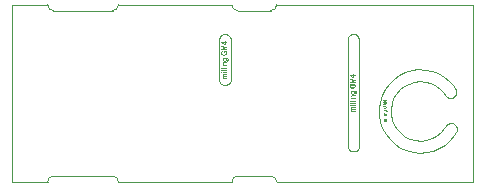
<source format=gm1>
G04*
G04 #@! TF.GenerationSoftware,Altium Limited,Altium Designer,21.0.9 (235)*
G04*
G04 Layer_Color=128*
%FSLAX25Y25*%
%MOIN*%
G70*
G04*
G04 #@! TF.SameCoordinates,BF7D474B-E12B-4DDB-9B88-BAE4D01EB7A6*
G04*
G04*
G04 #@! TF.FilePolarity,Positive*
G04*
G01*
G75*
%ADD10C,0.00394*%
G36*
X124549Y27274D02*
X124797D01*
Y27087D01*
X124549D01*
Y26672D01*
X124343D01*
X123561Y27110D01*
Y27274D01*
X124341D01*
Y27399D01*
X124549D01*
Y27274D01*
D02*
G37*
G36*
X124797Y26356D02*
X123826D01*
X124797Y26156D01*
Y25959D01*
X123826Y25760D01*
X124797D01*
Y25570D01*
X123564D01*
Y25875D01*
X124407Y26057D01*
X123564Y26238D01*
Y26546D01*
X124797D01*
Y26356D01*
D02*
G37*
G36*
X124631Y25382D02*
X124641Y25372D01*
X124656Y25357D01*
X124674Y25336D01*
X124695Y25310D01*
X124718Y25277D01*
X124741Y25239D01*
X124763Y25195D01*
Y25193D01*
X124764Y25190D01*
X124767Y25183D01*
X124771Y25173D01*
X124776Y25163D01*
X124781Y25150D01*
X124786Y25136D01*
X124791Y25119D01*
X124800Y25082D01*
X124810Y25041D01*
X124817Y24998D01*
X124818Y24952D01*
Y24937D01*
X124817Y24927D01*
Y24914D01*
X124815Y24898D01*
X124812Y24881D01*
X124809Y24862D01*
X124800Y24821D01*
X124787Y24777D01*
X124769Y24731D01*
X124759Y24708D01*
X124746Y24686D01*
X124745Y24685D01*
X124743Y24681D01*
X124738Y24675D01*
X124733Y24668D01*
X124725Y24658D01*
X124715Y24647D01*
X124704Y24635D01*
X124690Y24621D01*
X124676Y24608D01*
X124659Y24593D01*
X124641Y24578D01*
X124622Y24563D01*
X124600Y24547D01*
X124577Y24534D01*
X124553Y24519D01*
X124526Y24506D01*
X124525D01*
X124520Y24503D01*
X124512Y24499D01*
X124500Y24496D01*
X124485Y24491D01*
X124469Y24485D01*
X124449Y24480D01*
X124428Y24473D01*
X124403Y24466D01*
X124377Y24462D01*
X124348Y24455D01*
X124318Y24450D01*
X124285Y24447D01*
X124251Y24444D01*
X124179Y24440D01*
X124177D01*
X124169D01*
X124159D01*
X124144Y24442D01*
X124128D01*
X124107Y24444D01*
X124084Y24445D01*
X124059Y24449D01*
X124033Y24452D01*
X124005Y24457D01*
X123946Y24468D01*
X123887Y24485D01*
X123831Y24508D01*
X123829Y24509D01*
X123825Y24511D01*
X123818Y24514D01*
X123808Y24519D01*
X123795Y24527D01*
X123782Y24534D01*
X123749Y24555D01*
X123715Y24580D01*
X123679Y24609D01*
X123644Y24644D01*
X123629Y24663D01*
X123615Y24683D01*
X123613Y24685D01*
X123611Y24688D01*
X123608Y24694D01*
X123603Y24703D01*
X123598Y24712D01*
X123592Y24726D01*
X123585Y24740D01*
X123579Y24757D01*
X123572Y24775D01*
X123565Y24794D01*
X123554Y24839D01*
X123546Y24888D01*
X123542Y24914D01*
Y24960D01*
X123544Y24972D01*
X123546Y24988D01*
X123547Y25004D01*
X123551Y25024D01*
X123554Y25045D01*
X123565Y25091D01*
X123572Y25116D01*
X123582Y25141D01*
X123593Y25163D01*
X123605Y25188D01*
X123619Y25209D01*
X123636Y25231D01*
X123638Y25232D01*
X123641Y25236D01*
X123646Y25241D01*
X123652Y25249D01*
X123662Y25257D01*
X123674Y25267D01*
X123688Y25278D01*
X123703Y25290D01*
X123721Y25301D01*
X123742Y25313D01*
X123764Y25326D01*
X123788Y25337D01*
X123815Y25347D01*
X123843Y25357D01*
X123872Y25365D01*
X123905Y25372D01*
X123951Y25170D01*
X123949D01*
X123946Y25168D01*
X123943Y25167D01*
X123936Y25165D01*
X123918Y25160D01*
X123898Y25150D01*
X123874Y25139D01*
X123851Y25126D01*
X123828Y25108D01*
X123807Y25086D01*
X123805Y25083D01*
X123798Y25075D01*
X123790Y25063D01*
X123780Y25045D01*
X123772Y25024D01*
X123764Y24999D01*
X123757Y24972D01*
X123756Y24940D01*
Y24927D01*
X123757Y24919D01*
X123759Y24908D01*
X123761Y24895D01*
X123769Y24865D01*
X123780Y24832D01*
X123788Y24814D01*
X123798Y24798D01*
X123810Y24780D01*
X123825Y24763D01*
X123839Y24747D01*
X123857Y24731D01*
X123859Y24729D01*
X123862Y24727D01*
X123869Y24724D01*
X123877Y24717D01*
X123887Y24712D01*
X123900Y24706D01*
X123916Y24698D01*
X123934Y24691D01*
X123954Y24683D01*
X123977Y24676D01*
X124003Y24668D01*
X124031Y24663D01*
X124061Y24658D01*
X124093Y24654D01*
X124130Y24652D01*
X124167Y24650D01*
X124171D01*
X124177D01*
X124189D01*
X124203Y24652D01*
X124223Y24654D01*
X124244Y24655D01*
X124267Y24657D01*
X124294Y24662D01*
X124348Y24671D01*
X124403Y24686D01*
X124431Y24696D01*
X124458Y24709D01*
X124482Y24722D01*
X124505Y24737D01*
X124507Y24739D01*
X124510Y24740D01*
X124515Y24745D01*
X124520Y24750D01*
X124536Y24767D01*
X124554Y24790D01*
X124574Y24819D01*
X124589Y24854D01*
X124595Y24873D01*
X124600Y24893D01*
X124603Y24916D01*
X124605Y24939D01*
Y24949D01*
X124603Y24960D01*
X124602Y24977D01*
X124599Y24995D01*
X124594Y25016D01*
X124587Y25039D01*
X124577Y25062D01*
X124576Y25065D01*
X124572Y25073D01*
X124566Y25085D01*
X124558Y25101D01*
X124546Y25119D01*
X124533Y25139D01*
X124518Y25159D01*
X124502Y25178D01*
X124344D01*
Y24945D01*
X124136D01*
Y25385D01*
X124628D01*
X124630D01*
X124631Y25382D01*
D02*
G37*
G36*
X124751Y23888D02*
X124769D01*
X124791Y23886D01*
X124812Y23884D01*
X124856Y23881D01*
X124902Y23875D01*
X124945Y23865D01*
X124964Y23860D01*
X124982Y23853D01*
X124984D01*
X124986Y23852D01*
X124991Y23850D01*
X124997Y23847D01*
X125012Y23838D01*
X125032Y23825D01*
X125053Y23810D01*
X125074Y23791D01*
X125095Y23769D01*
X125114Y23743D01*
X125115Y23740D01*
X125117Y23735D01*
X125120Y23730D01*
X125128Y23714D01*
X125135Y23691D01*
X125143Y23661D01*
X125151Y23627D01*
X125156Y23586D01*
X125158Y23540D01*
Y23520D01*
X125156Y23510D01*
Y23499D01*
X125153Y23471D01*
X125150Y23440D01*
X125145Y23407D01*
X125136Y23376D01*
X125125Y23346D01*
X125123Y23343D01*
X125119Y23335D01*
X125112Y23322D01*
X125102Y23305D01*
X125087Y23287D01*
X125071Y23269D01*
X125053Y23253D01*
X125030Y23236D01*
X125027Y23235D01*
X125018Y23230D01*
X125005Y23225D01*
X124987Y23219D01*
X124966Y23210D01*
X124941Y23205D01*
X124912Y23200D01*
X124882Y23199D01*
X124854D01*
X124887Y23420D01*
X124889D01*
X124895Y23422D01*
X124904Y23424D01*
X124914Y23425D01*
X124936Y23435D01*
X124946Y23441D01*
X124956Y23450D01*
X124958Y23451D01*
X124959Y23455D01*
X124963Y23461D01*
X124966Y23469D01*
X124971Y23481D01*
X124974Y23496D01*
X124976Y23512D01*
X124977Y23532D01*
Y23543D01*
X124976Y23555D01*
X124974Y23569D01*
X124972Y23586D01*
X124968Y23604D01*
X124963Y23620D01*
X124956Y23637D01*
X124954Y23638D01*
X124953Y23642D01*
X124950Y23647D01*
X124943Y23653D01*
X124936Y23660D01*
X124927Y23666D01*
X124917Y23673D01*
X124904Y23679D01*
X124902D01*
X124897Y23683D01*
X124889Y23684D01*
X124876Y23687D01*
X124859Y23691D01*
X124838Y23692D01*
X124812Y23696D01*
X124782D01*
X124653D01*
X124656Y23694D01*
X124664Y23687D01*
X124677Y23679D01*
X124694Y23666D01*
X124710Y23651D01*
X124728Y23635D01*
X124746Y23615D01*
X124761Y23596D01*
X124763Y23594D01*
X124766Y23586D01*
X124772Y23574D01*
X124779Y23560D01*
X124786Y23542D01*
X124792Y23522D01*
X124795Y23499D01*
X124797Y23474D01*
Y23463D01*
X124795Y23455D01*
X124794Y23443D01*
X124791Y23432D01*
X124784Y23404D01*
X124771Y23371D01*
X124761Y23355D01*
X124751Y23337D01*
X124738Y23320D01*
X124723Y23302D01*
X124707Y23286D01*
X124687Y23269D01*
X124686Y23268D01*
X124681Y23266D01*
X124674Y23261D01*
X124664Y23255D01*
X124651Y23248D01*
X124636Y23240D01*
X124618Y23230D01*
X124597Y23222D01*
X124574Y23214D01*
X124548Y23204D01*
X124520Y23196D01*
X124490Y23189D01*
X124458Y23182D01*
X124423Y23179D01*
X124385Y23176D01*
X124346Y23174D01*
X124343D01*
X124336D01*
X124325D01*
X124308Y23176D01*
X124290Y23178D01*
X124267Y23179D01*
X124243Y23182D01*
X124218Y23186D01*
X124162Y23196D01*
X124105Y23212D01*
X124077Y23223D01*
X124049Y23235D01*
X124025Y23248D01*
X124002Y23264D01*
X124000Y23266D01*
X123997Y23269D01*
X123990Y23274D01*
X123984Y23281D01*
X123974Y23289D01*
X123964Y23301D01*
X123954Y23312D01*
X123943Y23325D01*
X123921Y23358D01*
X123902Y23394D01*
X123895Y23415D01*
X123889Y23437D01*
X123885Y23460D01*
X123884Y23483D01*
Y23494D01*
X123885Y23507D01*
X123889Y23524D01*
X123893Y23543D01*
X123900Y23564D01*
X123908Y23586D01*
X123921Y23607D01*
X123923Y23610D01*
X123928Y23617D01*
X123936Y23627D01*
X123949Y23640D01*
X123964Y23656D01*
X123984Y23673D01*
X124005Y23691D01*
X124031Y23707D01*
X123905D01*
Y23889D01*
X124705D01*
X124707D01*
X124713D01*
X124723D01*
X124736D01*
X124751Y23888D01*
D02*
G37*
G36*
X124797Y22827D02*
X124341D01*
X124339D01*
X124335D01*
X124328D01*
X124320D01*
X124308D01*
X124295D01*
X124267Y22825D01*
X124236Y22823D01*
X124207Y22822D01*
X124180Y22818D01*
X124169Y22817D01*
X124159Y22815D01*
X124157D01*
X124151Y22813D01*
X124143Y22810D01*
X124133Y22805D01*
X124110Y22794D01*
X124098Y22784D01*
X124089Y22774D01*
X124087Y22772D01*
X124085Y22769D01*
X124080Y22763D01*
X124075Y22754D01*
X124072Y22745D01*
X124067Y22733D01*
X124066Y22720D01*
X124064Y22705D01*
Y22697D01*
X124066Y22687D01*
X124067Y22676D01*
X124072Y22662D01*
X124077Y22648D01*
X124085Y22631D01*
X124097Y22617D01*
X124098Y22615D01*
X124102Y22610D01*
X124110Y22603D01*
X124120Y22595D01*
X124131Y22585D01*
X124146Y22577D01*
X124164Y22567D01*
X124184Y22561D01*
X124187D01*
X124195Y22559D01*
X124202Y22558D01*
X124210Y22556D01*
X124220Y22554D01*
X124231D01*
X124244Y22553D01*
X124259Y22551D01*
X124277Y22549D01*
X124295Y22548D01*
X124317D01*
X124339Y22546D01*
X124366D01*
X124394D01*
X124797D01*
Y22353D01*
X123905D01*
Y22531D01*
X124034D01*
X124033Y22533D01*
X124023Y22539D01*
X124010Y22549D01*
X123993Y22562D01*
X123975Y22579D01*
X123956Y22597D01*
X123939Y22617D01*
X123923Y22638D01*
X123921Y22641D01*
X123916Y22649D01*
X123910Y22661D01*
X123903Y22677D01*
X123897Y22697D01*
X123890Y22720D01*
X123885Y22746D01*
X123884Y22772D01*
Y22787D01*
X123885Y22802D01*
X123889Y22822D01*
X123895Y22845D01*
X123902Y22869D01*
X123913Y22892D01*
X123928Y22915D01*
X123930Y22918D01*
X123936Y22925D01*
X123946Y22935D01*
X123959Y22948D01*
X123975Y22961D01*
X123995Y22974D01*
X124018Y22987D01*
X124043Y22997D01*
X124046Y22999D01*
X124056Y23000D01*
X124071Y23004D01*
X124093Y23009D01*
X124121Y23013D01*
X124156Y23017D01*
X124197Y23018D01*
X124243Y23020D01*
X124797D01*
Y22827D01*
D02*
G37*
G36*
Y21964D02*
X123905D01*
Y22157D01*
X124797D01*
Y21964D01*
D02*
G37*
G36*
X123784D02*
X123565D01*
Y22157D01*
X123784D01*
Y21964D01*
D02*
G37*
G36*
X124797Y21572D02*
X123564D01*
Y21765D01*
X124797D01*
Y21572D01*
D02*
G37*
G36*
Y21180D02*
X123564D01*
Y21373D01*
X124797D01*
Y21180D01*
D02*
G37*
G36*
Y20788D02*
X123905D01*
Y20981D01*
X124797D01*
Y20788D01*
D02*
G37*
G36*
X123784D02*
X123565D01*
Y20981D01*
X123784D01*
Y20788D01*
D02*
G37*
G36*
X124797Y20404D02*
X124287D01*
X124285D01*
X124280D01*
X124274D01*
X124266D01*
X124254D01*
X124243Y20403D01*
X124215Y20401D01*
X124184Y20398D01*
X124154Y20394D01*
X124128Y20388D01*
X124118Y20385D01*
X124108Y20380D01*
X124107Y20378D01*
X124102Y20375D01*
X124093Y20368D01*
X124085Y20360D01*
X124079Y20348D01*
X124071Y20335D01*
X124066Y20319D01*
X124064Y20299D01*
Y20296D01*
X124066Y20288D01*
X124067Y20276D01*
X124072Y20262D01*
X124079Y20245D01*
X124090Y20227D01*
X124105Y20211D01*
X124126Y20194D01*
X124130Y20193D01*
X124133Y20191D01*
X124139Y20188D01*
X124146Y20185D01*
X124156Y20181D01*
X124167Y20178D01*
X124180Y20175D01*
X124195Y20171D01*
X124213Y20168D01*
X124233Y20165D01*
X124254Y20162D01*
X124279Y20158D01*
X124307Y20157D01*
X124336Y20155D01*
X124369D01*
X124797D01*
Y19961D01*
X124308D01*
X124307D01*
X124302D01*
X124295D01*
X124285D01*
X124274D01*
X124259D01*
X124230Y19960D01*
X124198Y19958D01*
X124167Y19955D01*
X124153Y19953D01*
X124139Y19950D01*
X124130Y19948D01*
X124120Y19945D01*
X124118Y19943D01*
X124111Y19940D01*
X124102Y19935D01*
X124092Y19927D01*
X124082Y19916D01*
X124072Y19901D01*
X124066Y19881D01*
X124064Y19860D01*
Y19852D01*
X124066Y19843D01*
X124067Y19834D01*
X124071Y19820D01*
X124077Y19807D01*
X124084Y19793D01*
X124093Y19779D01*
X124095Y19778D01*
X124098Y19773D01*
X124105Y19768D01*
X124115Y19760D01*
X124126Y19751D01*
X124141Y19742D01*
X124157Y19734D01*
X124177Y19727D01*
X124180D01*
X124189Y19725D01*
X124202Y19722D01*
X124221Y19720D01*
X124248Y19717D01*
X124262Y19715D01*
X124279Y19714D01*
X124299D01*
X124318Y19712D01*
X124341D01*
X124364D01*
X124797D01*
Y19519D01*
X123905D01*
Y19699D01*
X124026D01*
X124025Y19701D01*
X124016Y19707D01*
X124003Y19717D01*
X123987Y19730D01*
X123970Y19745D01*
X123952Y19763D01*
X123934Y19783D01*
X123920Y19802D01*
X123918Y19806D01*
X123915Y19812D01*
X123908Y19824D01*
X123902Y19840D01*
X123895Y19858D01*
X123889Y19879D01*
X123885Y19902D01*
X123884Y19927D01*
Y19939D01*
X123885Y19952D01*
X123889Y19968D01*
X123892Y19988D01*
X123898Y20007D01*
X123908Y20029D01*
X123920Y20048D01*
X123921Y20050D01*
X123926Y20057D01*
X123934Y20066D01*
X123946Y20079D01*
X123962Y20093D01*
X123980Y20106D01*
X124002Y20121D01*
X124026Y20134D01*
X124025D01*
X124023Y20135D01*
X124015Y20142D01*
X124002Y20152D01*
X123987Y20165D01*
X123969Y20181D01*
X123951Y20199D01*
X123934Y20219D01*
X123920Y20239D01*
X123918Y20242D01*
X123915Y20248D01*
X123908Y20260D01*
X123902Y20275D01*
X123895Y20293D01*
X123889Y20312D01*
X123885Y20334D01*
X123884Y20357D01*
Y20370D01*
X123885Y20383D01*
X123889Y20401D01*
X123892Y20422D01*
X123898Y20444D01*
X123908Y20465D01*
X123920Y20486D01*
X123921Y20488D01*
X123926Y20494D01*
X123934Y20504D01*
X123946Y20517D01*
X123961Y20530D01*
X123979Y20544D01*
X123998Y20557D01*
X124023Y20568D01*
X124026Y20570D01*
X124036Y20573D01*
X124051Y20578D01*
X124072Y20583D01*
X124102Y20588D01*
X124118Y20591D01*
X124136Y20593D01*
X124156Y20595D01*
X124179Y20596D01*
X124202Y20598D01*
X124226D01*
X124797D01*
Y20404D01*
D02*
G37*
G36*
X114069Y35643D02*
X114465D01*
Y35344D01*
X114069D01*
Y34681D01*
X113739D01*
X112489Y35381D01*
Y35643D01*
X113736D01*
Y35842D01*
X114069D01*
Y35643D01*
D02*
G37*
G36*
X114465Y34176D02*
X112914D01*
X114465Y33856D01*
Y33542D01*
X112914Y33225D01*
X114465D01*
Y32921D01*
X112494D01*
Y33408D01*
X113841Y33699D01*
X112494Y33987D01*
Y34480D01*
X114465D01*
Y34176D01*
D02*
G37*
G36*
X114200Y32620D02*
X114216Y32604D01*
X114239Y32580D01*
X114268Y32546D01*
X114302Y32504D01*
X114339Y32452D01*
X114376Y32392D01*
X114410Y32321D01*
Y32318D01*
X114412Y32313D01*
X114418Y32302D01*
X114423Y32287D01*
X114431Y32271D01*
X114438Y32250D01*
X114446Y32226D01*
X114454Y32200D01*
X114470Y32140D01*
X114486Y32074D01*
X114496Y32006D01*
X114499Y31933D01*
Y31909D01*
X114496Y31894D01*
Y31873D01*
X114494Y31847D01*
X114488Y31820D01*
X114483Y31789D01*
X114470Y31723D01*
X114449Y31653D01*
X114420Y31579D01*
X114404Y31543D01*
X114383Y31509D01*
X114381Y31506D01*
X114378Y31501D01*
X114370Y31490D01*
X114363Y31480D01*
X114349Y31464D01*
X114334Y31446D01*
X114315Y31427D01*
X114294Y31404D01*
X114271Y31383D01*
X114245Y31359D01*
X114216Y31336D01*
X114184Y31312D01*
X114150Y31286D01*
X114114Y31265D01*
X114074Y31241D01*
X114032Y31220D01*
X114030D01*
X114022Y31215D01*
X114009Y31210D01*
X113990Y31205D01*
X113967Y31197D01*
X113941Y31186D01*
X113909Y31179D01*
X113875Y31168D01*
X113836Y31157D01*
X113794Y31150D01*
X113747Y31139D01*
X113700Y31131D01*
X113647Y31126D01*
X113592Y31121D01*
X113477Y31116D01*
X113474D01*
X113461D01*
X113445D01*
X113422Y31118D01*
X113396D01*
X113362Y31121D01*
X113325Y31123D01*
X113286Y31129D01*
X113244Y31134D01*
X113199Y31142D01*
X113105Y31160D01*
X113011Y31186D01*
X112922Y31223D01*
X112919Y31226D01*
X112911Y31228D01*
X112900Y31234D01*
X112885Y31241D01*
X112864Y31254D01*
X112843Y31265D01*
X112791Y31299D01*
X112735Y31338D01*
X112678Y31385D01*
X112623Y31440D01*
X112599Y31472D01*
X112576Y31503D01*
X112573Y31506D01*
X112570Y31511D01*
X112565Y31522D01*
X112557Y31535D01*
X112549Y31550D01*
X112539Y31571D01*
X112529Y31595D01*
X112518Y31621D01*
X112507Y31650D01*
X112497Y31681D01*
X112479Y31752D01*
X112466Y31831D01*
X112460Y31873D01*
Y31946D01*
X112463Y31964D01*
X112466Y31991D01*
X112468Y32017D01*
X112473Y32048D01*
X112479Y32082D01*
X112497Y32156D01*
X112507Y32195D01*
X112523Y32234D01*
X112542Y32271D01*
X112560Y32310D01*
X112583Y32344D01*
X112610Y32378D01*
X112612Y32381D01*
X112618Y32386D01*
X112625Y32394D01*
X112636Y32407D01*
X112652Y32420D01*
X112670Y32436D01*
X112694Y32454D01*
X112717Y32473D01*
X112746Y32491D01*
X112780Y32509D01*
X112814Y32530D01*
X112853Y32549D01*
X112895Y32564D01*
X112940Y32580D01*
X112987Y32593D01*
X113039Y32604D01*
X113113Y32282D01*
X113110D01*
X113105Y32279D01*
X113100Y32276D01*
X113089Y32274D01*
X113060Y32266D01*
X113029Y32250D01*
X112990Y32232D01*
X112953Y32211D01*
X112916Y32182D01*
X112882Y32148D01*
X112880Y32143D01*
X112869Y32129D01*
X112856Y32111D01*
X112840Y32082D01*
X112827Y32048D01*
X112814Y32009D01*
X112804Y31964D01*
X112801Y31915D01*
Y31894D01*
X112804Y31881D01*
X112806Y31862D01*
X112809Y31841D01*
X112822Y31794D01*
X112840Y31742D01*
X112853Y31713D01*
X112869Y31687D01*
X112887Y31658D01*
X112911Y31632D01*
X112935Y31605D01*
X112963Y31579D01*
X112966Y31577D01*
X112971Y31574D01*
X112982Y31569D01*
X112995Y31558D01*
X113011Y31550D01*
X113031Y31540D01*
X113058Y31527D01*
X113086Y31516D01*
X113118Y31503D01*
X113155Y31493D01*
X113197Y31480D01*
X113241Y31472D01*
X113288Y31464D01*
X113341Y31456D01*
X113398Y31454D01*
X113459Y31451D01*
X113464D01*
X113474D01*
X113493D01*
X113516Y31454D01*
X113548Y31456D01*
X113582Y31459D01*
X113618Y31461D01*
X113660Y31469D01*
X113747Y31485D01*
X113836Y31509D01*
X113880Y31524D01*
X113922Y31545D01*
X113962Y31566D01*
X113998Y31590D01*
X114001Y31592D01*
X114006Y31595D01*
X114014Y31603D01*
X114022Y31611D01*
X114048Y31637D01*
X114077Y31674D01*
X114108Y31721D01*
X114132Y31776D01*
X114142Y31807D01*
X114150Y31839D01*
X114155Y31875D01*
X114158Y31912D01*
Y31928D01*
X114155Y31946D01*
X114153Y31972D01*
X114148Y32001D01*
X114140Y32035D01*
X114129Y32072D01*
X114114Y32109D01*
X114111Y32114D01*
X114106Y32127D01*
X114095Y32145D01*
X114082Y32171D01*
X114064Y32200D01*
X114043Y32232D01*
X114019Y32263D01*
X113993Y32295D01*
X113742D01*
Y31923D01*
X113409D01*
Y32625D01*
X114195D01*
X114197D01*
X114200Y32620D01*
D02*
G37*
G36*
X114391Y30233D02*
X114420D01*
X114454Y30230D01*
X114488Y30227D01*
X114559Y30222D01*
X114632Y30212D01*
X114700Y30196D01*
X114732Y30188D01*
X114761Y30178D01*
X114763D01*
X114766Y30175D01*
X114774Y30172D01*
X114784Y30167D01*
X114808Y30154D01*
X114839Y30133D01*
X114873Y30110D01*
X114907Y30078D01*
X114942Y30044D01*
X114970Y30002D01*
X114973Y29997D01*
X114976Y29989D01*
X114981Y29981D01*
X114994Y29955D01*
X115004Y29918D01*
X115017Y29871D01*
X115031Y29816D01*
X115038Y29751D01*
X115041Y29677D01*
Y29646D01*
X115038Y29630D01*
Y29612D01*
X115033Y29567D01*
X115028Y29517D01*
X115020Y29465D01*
X115007Y29415D01*
X114989Y29368D01*
X114986Y29363D01*
X114978Y29350D01*
X114968Y29329D01*
X114952Y29302D01*
X114928Y29274D01*
X114902Y29245D01*
X114873Y29219D01*
X114837Y29193D01*
X114831Y29190D01*
X114818Y29182D01*
X114797Y29174D01*
X114769Y29164D01*
X114734Y29151D01*
X114695Y29143D01*
X114648Y29135D01*
X114601Y29132D01*
X114556D01*
X114609Y29486D01*
X114611D01*
X114622Y29489D01*
X114635Y29491D01*
X114651Y29494D01*
X114687Y29509D01*
X114703Y29520D01*
X114719Y29533D01*
X114721Y29536D01*
X114724Y29541D01*
X114729Y29551D01*
X114734Y29564D01*
X114742Y29583D01*
X114748Y29607D01*
X114750Y29633D01*
X114753Y29664D01*
Y29682D01*
X114750Y29701D01*
X114748Y29724D01*
X114745Y29751D01*
X114737Y29779D01*
X114729Y29806D01*
X114719Y29832D01*
X114716Y29834D01*
X114714Y29840D01*
X114708Y29847D01*
X114698Y29858D01*
X114687Y29869D01*
X114672Y29879D01*
X114656Y29889D01*
X114635Y29900D01*
X114632D01*
X114625Y29905D01*
X114611Y29908D01*
X114590Y29913D01*
X114564Y29918D01*
X114530Y29921D01*
X114488Y29926D01*
X114441D01*
X114234D01*
X114239Y29923D01*
X114252Y29913D01*
X114273Y29900D01*
X114300Y29879D01*
X114326Y29855D01*
X114355Y29829D01*
X114383Y29798D01*
X114407Y29766D01*
X114410Y29764D01*
X114415Y29751D01*
X114425Y29732D01*
X114436Y29709D01*
X114446Y29680D01*
X114457Y29648D01*
X114462Y29612D01*
X114465Y29572D01*
Y29554D01*
X114462Y29541D01*
X114459Y29523D01*
X114454Y29504D01*
X114444Y29460D01*
X114423Y29407D01*
X114407Y29381D01*
X114391Y29352D01*
X114370Y29326D01*
X114347Y29297D01*
X114321Y29271D01*
X114289Y29245D01*
X114286Y29242D01*
X114279Y29240D01*
X114268Y29232D01*
X114252Y29221D01*
X114232Y29211D01*
X114208Y29198D01*
X114179Y29182D01*
X114145Y29169D01*
X114108Y29156D01*
X114066Y29140D01*
X114022Y29127D01*
X113975Y29116D01*
X113922Y29106D01*
X113867Y29101D01*
X113807Y29096D01*
X113744Y29093D01*
X113739D01*
X113728D01*
X113710D01*
X113684Y29096D01*
X113655Y29098D01*
X113618Y29101D01*
X113579Y29106D01*
X113540Y29111D01*
X113451Y29127D01*
X113359Y29153D01*
X113314Y29171D01*
X113270Y29190D01*
X113231Y29211D01*
X113194Y29237D01*
X113191Y29240D01*
X113186Y29245D01*
X113176Y29253D01*
X113165Y29263D01*
X113149Y29276D01*
X113134Y29295D01*
X113118Y29313D01*
X113100Y29334D01*
X113066Y29386D01*
X113034Y29444D01*
X113024Y29478D01*
X113013Y29512D01*
X113008Y29549D01*
X113005Y29585D01*
Y29604D01*
X113008Y29625D01*
X113013Y29651D01*
X113021Y29682D01*
X113031Y29717D01*
X113045Y29751D01*
X113066Y29785D01*
X113068Y29790D01*
X113076Y29800D01*
X113089Y29816D01*
X113110Y29837D01*
X113134Y29863D01*
X113165Y29889D01*
X113199Y29918D01*
X113241Y29944D01*
X113039D01*
Y30235D01*
X114318D01*
X114321D01*
X114331D01*
X114347D01*
X114368D01*
X114391Y30233D01*
D02*
G37*
G36*
X114465Y28537D02*
X113736D01*
X113734D01*
X113726D01*
X113715D01*
X113702D01*
X113684D01*
X113663D01*
X113618Y28535D01*
X113569Y28532D01*
X113521Y28530D01*
X113479Y28524D01*
X113461Y28522D01*
X113445Y28519D01*
X113443D01*
X113432Y28517D01*
X113419Y28511D01*
X113403Y28503D01*
X113367Y28485D01*
X113348Y28469D01*
X113333Y28454D01*
X113330Y28451D01*
X113328Y28446D01*
X113320Y28435D01*
X113312Y28422D01*
X113307Y28407D01*
X113299Y28388D01*
X113296Y28367D01*
X113294Y28344D01*
Y28330D01*
X113296Y28315D01*
X113299Y28297D01*
X113307Y28275D01*
X113314Y28252D01*
X113328Y28226D01*
X113346Y28202D01*
X113348Y28199D01*
X113354Y28192D01*
X113367Y28181D01*
X113383Y28168D01*
X113401Y28152D01*
X113425Y28139D01*
X113453Y28124D01*
X113485Y28113D01*
X113490D01*
X113503Y28110D01*
X113514Y28108D01*
X113527Y28105D01*
X113542Y28103D01*
X113561D01*
X113582Y28100D01*
X113605Y28097D01*
X113634Y28095D01*
X113663Y28092D01*
X113697D01*
X113734Y28089D01*
X113776D01*
X113820D01*
X114465D01*
Y27780D01*
X113039D01*
Y28066D01*
X113246D01*
X113244Y28069D01*
X113228Y28079D01*
X113207Y28095D01*
X113181Y28116D01*
X113152Y28142D01*
X113121Y28171D01*
X113094Y28202D01*
X113068Y28236D01*
X113066Y28241D01*
X113058Y28255D01*
X113047Y28273D01*
X113037Y28299D01*
X113026Y28330D01*
X113016Y28367D01*
X113008Y28409D01*
X113005Y28451D01*
Y28475D01*
X113008Y28498D01*
X113013Y28530D01*
X113024Y28566D01*
X113034Y28606D01*
X113052Y28642D01*
X113076Y28679D01*
X113079Y28684D01*
X113089Y28695D01*
X113105Y28710D01*
X113126Y28731D01*
X113152Y28752D01*
X113183Y28773D01*
X113220Y28794D01*
X113259Y28810D01*
X113265Y28813D01*
X113280Y28815D01*
X113304Y28820D01*
X113341Y28828D01*
X113385Y28836D01*
X113440Y28841D01*
X113506Y28844D01*
X113579Y28847D01*
X114465D01*
Y28537D01*
D02*
G37*
G36*
Y27159D02*
X113039D01*
Y27468D01*
X114465D01*
Y27159D01*
D02*
G37*
G36*
X112846D02*
X112497D01*
Y27468D01*
X112846D01*
Y27159D01*
D02*
G37*
G36*
X114465Y26533D02*
X112494D01*
Y26842D01*
X114465D01*
Y26533D01*
D02*
G37*
G36*
Y25907D02*
X112494D01*
Y26216D01*
X114465D01*
Y25907D01*
D02*
G37*
G36*
Y25281D02*
X113039D01*
Y25590D01*
X114465D01*
Y25281D01*
D02*
G37*
G36*
X112846D02*
X112497D01*
Y25590D01*
X112846D01*
Y25281D01*
D02*
G37*
G36*
X114465Y24668D02*
X113650D01*
X113647D01*
X113639D01*
X113629D01*
X113616D01*
X113597D01*
X113579Y24665D01*
X113534Y24663D01*
X113485Y24657D01*
X113438Y24652D01*
X113396Y24642D01*
X113380Y24636D01*
X113364Y24629D01*
X113362Y24626D01*
X113354Y24621D01*
X113341Y24610D01*
X113328Y24597D01*
X113317Y24579D01*
X113304Y24558D01*
X113296Y24532D01*
X113294Y24500D01*
Y24495D01*
X113296Y24482D01*
X113299Y24463D01*
X113307Y24440D01*
X113317Y24414D01*
X113335Y24385D01*
X113359Y24359D01*
X113393Y24332D01*
X113398Y24330D01*
X113403Y24327D01*
X113414Y24322D01*
X113425Y24317D01*
X113440Y24311D01*
X113459Y24306D01*
X113479Y24301D01*
X113503Y24296D01*
X113532Y24291D01*
X113563Y24285D01*
X113597Y24280D01*
X113637Y24275D01*
X113681Y24272D01*
X113728Y24270D01*
X113781D01*
X114465D01*
Y23960D01*
X113684D01*
X113681D01*
X113673D01*
X113663D01*
X113647D01*
X113629D01*
X113605D01*
X113558Y23958D01*
X113508Y23955D01*
X113459Y23950D01*
X113435Y23947D01*
X113414Y23942D01*
X113398Y23939D01*
X113383Y23934D01*
X113380Y23932D01*
X113370Y23926D01*
X113354Y23918D01*
X113338Y23905D01*
X113322Y23887D01*
X113307Y23863D01*
X113296Y23832D01*
X113294Y23798D01*
Y23785D01*
X113296Y23772D01*
X113299Y23756D01*
X113304Y23735D01*
X113314Y23714D01*
X113325Y23690D01*
X113341Y23670D01*
X113343Y23667D01*
X113348Y23659D01*
X113359Y23651D01*
X113375Y23638D01*
X113393Y23625D01*
X113417Y23609D01*
X113443Y23596D01*
X113474Y23586D01*
X113479D01*
X113493Y23583D01*
X113514Y23578D01*
X113545Y23575D01*
X113587Y23570D01*
X113610Y23567D01*
X113637Y23565D01*
X113668D01*
X113700Y23562D01*
X113736D01*
X113773D01*
X114465D01*
Y23253D01*
X113039D01*
Y23541D01*
X113233D01*
X113231Y23544D01*
X113217Y23554D01*
X113197Y23570D01*
X113170Y23591D01*
X113144Y23615D01*
X113115Y23643D01*
X113086Y23675D01*
X113063Y23706D01*
X113060Y23711D01*
X113055Y23722D01*
X113045Y23740D01*
X113034Y23766D01*
X113024Y23795D01*
X113013Y23829D01*
X113008Y23866D01*
X113005Y23905D01*
Y23924D01*
X113008Y23945D01*
X113013Y23971D01*
X113018Y24002D01*
X113029Y24034D01*
X113045Y24068D01*
X113063Y24099D01*
X113066Y24102D01*
X113073Y24112D01*
X113086Y24128D01*
X113105Y24149D01*
X113131Y24170D01*
X113160Y24191D01*
X113194Y24215D01*
X113233Y24236D01*
X113231D01*
X113228Y24238D01*
X113215Y24249D01*
X113194Y24264D01*
X113170Y24285D01*
X113142Y24311D01*
X113113Y24340D01*
X113086Y24372D01*
X113063Y24403D01*
X113060Y24408D01*
X113055Y24419D01*
X113045Y24437D01*
X113034Y24461D01*
X113024Y24490D01*
X113013Y24521D01*
X113008Y24555D01*
X113005Y24592D01*
Y24613D01*
X113008Y24634D01*
X113013Y24663D01*
X113018Y24697D01*
X113029Y24731D01*
X113045Y24765D01*
X113063Y24799D01*
X113066Y24801D01*
X113073Y24812D01*
X113086Y24828D01*
X113105Y24848D01*
X113128Y24870D01*
X113157Y24891D01*
X113189Y24911D01*
X113228Y24930D01*
X113233Y24932D01*
X113249Y24938D01*
X113273Y24946D01*
X113307Y24953D01*
X113354Y24961D01*
X113380Y24966D01*
X113409Y24969D01*
X113440Y24972D01*
X113477Y24974D01*
X113514Y24977D01*
X113553D01*
X114465D01*
Y24668D01*
D02*
G37*
G36*
X71226Y46642D02*
X71621D01*
Y46344D01*
X71226D01*
Y45681D01*
X70895D01*
X69646Y46380D01*
Y46642D01*
X70893D01*
Y46841D01*
X71226D01*
Y46642D01*
D02*
G37*
G36*
X71621Y45175D02*
X70070D01*
X71621Y44855D01*
Y44541D01*
X70070Y44224D01*
X71621D01*
Y43920D01*
X69651D01*
Y44407D01*
X70998Y44698D01*
X69651Y44987D01*
Y45479D01*
X71621D01*
Y45175D01*
D02*
G37*
G36*
X71357Y43619D02*
X71372Y43603D01*
X71396Y43580D01*
X71425Y43545D01*
X71459Y43504D01*
X71495Y43451D01*
X71532Y43391D01*
X71566Y43320D01*
Y43318D01*
X71569Y43312D01*
X71574Y43302D01*
X71579Y43286D01*
X71587Y43270D01*
X71595Y43249D01*
X71603Y43226D01*
X71611Y43200D01*
X71626Y43139D01*
X71642Y43074D01*
X71653Y43006D01*
X71655Y42933D01*
Y42909D01*
X71653Y42893D01*
Y42872D01*
X71650Y42846D01*
X71645Y42820D01*
X71640Y42788D01*
X71626Y42723D01*
X71605Y42652D01*
X71577Y42579D01*
X71561Y42542D01*
X71540Y42508D01*
X71537Y42505D01*
X71535Y42500D01*
X71527Y42490D01*
X71519Y42479D01*
X71506Y42463D01*
X71490Y42445D01*
X71472Y42427D01*
X71451Y42403D01*
X71427Y42382D01*
X71401Y42359D01*
X71372Y42335D01*
X71341Y42311D01*
X71307Y42285D01*
X71270Y42264D01*
X71231Y42241D01*
X71189Y42220D01*
X71186D01*
X71178Y42215D01*
X71165Y42209D01*
X71147Y42204D01*
X71123Y42196D01*
X71097Y42186D01*
X71066Y42178D01*
X71032Y42167D01*
X70992Y42157D01*
X70951Y42149D01*
X70903Y42139D01*
X70856Y42131D01*
X70804Y42125D01*
X70749Y42120D01*
X70634Y42115D01*
X70631D01*
X70618D01*
X70602D01*
X70578Y42118D01*
X70552D01*
X70518Y42120D01*
X70481Y42123D01*
X70442Y42128D01*
X70400Y42133D01*
X70356Y42141D01*
X70261Y42160D01*
X70167Y42186D01*
X70078Y42222D01*
X70075Y42225D01*
X70068Y42228D01*
X70057Y42233D01*
X70041Y42241D01*
X70020Y42254D01*
X69999Y42264D01*
X69947Y42298D01*
X69892Y42338D01*
X69834Y42385D01*
X69779Y42440D01*
X69756Y42471D01*
X69732Y42503D01*
X69730Y42505D01*
X69727Y42511D01*
X69722Y42521D01*
X69714Y42534D01*
X69706Y42550D01*
X69696Y42571D01*
X69685Y42595D01*
X69674Y42621D01*
X69664Y42649D01*
X69654Y42681D01*
X69635Y42752D01*
X69622Y42830D01*
X69617Y42872D01*
Y42946D01*
X69620Y42964D01*
X69622Y42990D01*
X69625Y43016D01*
X69630Y43048D01*
X69635Y43082D01*
X69654Y43155D01*
X69664Y43194D01*
X69680Y43234D01*
X69698Y43270D01*
X69717Y43310D01*
X69740Y43344D01*
X69766Y43378D01*
X69769Y43380D01*
X69774Y43386D01*
X69782Y43394D01*
X69792Y43407D01*
X69808Y43420D01*
X69827Y43435D01*
X69850Y43454D01*
X69874Y43472D01*
X69902Y43490D01*
X69937Y43509D01*
X69971Y43530D01*
X70010Y43548D01*
X70052Y43564D01*
X70096Y43580D01*
X70144Y43593D01*
X70196Y43603D01*
X70269Y43281D01*
X70267D01*
X70261Y43278D01*
X70256Y43276D01*
X70246Y43273D01*
X70217Y43265D01*
X70185Y43249D01*
X70146Y43231D01*
X70109Y43210D01*
X70073Y43181D01*
X70039Y43147D01*
X70036Y43142D01*
X70026Y43129D01*
X70012Y43111D01*
X69997Y43082D01*
X69984Y43048D01*
X69971Y43008D01*
X69960Y42964D01*
X69958Y42914D01*
Y42893D01*
X69960Y42880D01*
X69963Y42862D01*
X69965Y42841D01*
X69978Y42794D01*
X69997Y42741D01*
X70010Y42712D01*
X70026Y42686D01*
X70044Y42657D01*
X70068Y42631D01*
X70091Y42605D01*
X70120Y42579D01*
X70123Y42576D01*
X70128Y42573D01*
X70138Y42568D01*
X70151Y42558D01*
X70167Y42550D01*
X70188Y42540D01*
X70214Y42526D01*
X70243Y42516D01*
X70275Y42503D01*
X70311Y42492D01*
X70353Y42479D01*
X70398Y42471D01*
X70445Y42463D01*
X70497Y42456D01*
X70555Y42453D01*
X70615Y42450D01*
X70620D01*
X70631D01*
X70649D01*
X70673Y42453D01*
X70704Y42456D01*
X70738Y42458D01*
X70775Y42461D01*
X70817Y42469D01*
X70903Y42484D01*
X70992Y42508D01*
X71037Y42524D01*
X71079Y42545D01*
X71118Y42566D01*
X71155Y42589D01*
X71157Y42592D01*
X71163Y42595D01*
X71171Y42602D01*
X71178Y42610D01*
X71205Y42636D01*
X71233Y42673D01*
X71265Y42720D01*
X71289Y42775D01*
X71299Y42807D01*
X71307Y42838D01*
X71312Y42875D01*
X71315Y42911D01*
Y42927D01*
X71312Y42946D01*
X71309Y42972D01*
X71304Y43001D01*
X71296Y43035D01*
X71286Y43071D01*
X71270Y43108D01*
X71267Y43113D01*
X71262Y43126D01*
X71252Y43145D01*
X71239Y43171D01*
X71220Y43200D01*
X71199Y43231D01*
X71176Y43263D01*
X71150Y43294D01*
X70898D01*
Y42922D01*
X70565D01*
Y43624D01*
X71351D01*
X71354D01*
X71357Y43619D01*
D02*
G37*
G36*
X71548Y41232D02*
X71577D01*
X71611Y41230D01*
X71645Y41227D01*
X71715Y41222D01*
X71789Y41211D01*
X71857Y41195D01*
X71888Y41188D01*
X71917Y41177D01*
X71920D01*
X71922Y41174D01*
X71930Y41172D01*
X71941Y41167D01*
X71964Y41153D01*
X71996Y41133D01*
X72030Y41109D01*
X72064Y41078D01*
X72098Y41043D01*
X72127Y41001D01*
X72129Y40996D01*
X72132Y40988D01*
X72137Y40981D01*
X72150Y40954D01*
X72161Y40918D01*
X72174Y40870D01*
X72187Y40815D01*
X72195Y40750D01*
X72198Y40677D01*
Y40645D01*
X72195Y40630D01*
Y40611D01*
X72190Y40567D01*
X72184Y40517D01*
X72177Y40464D01*
X72163Y40415D01*
X72145Y40367D01*
X72143Y40362D01*
X72135Y40349D01*
X72124Y40328D01*
X72109Y40302D01*
X72085Y40273D01*
X72059Y40244D01*
X72030Y40218D01*
X71993Y40192D01*
X71988Y40189D01*
X71975Y40181D01*
X71954Y40174D01*
X71925Y40163D01*
X71891Y40150D01*
X71852Y40142D01*
X71805Y40134D01*
X71757Y40132D01*
X71713D01*
X71765Y40485D01*
X71768D01*
X71778Y40488D01*
X71791Y40491D01*
X71807Y40493D01*
X71844Y40509D01*
X71860Y40519D01*
X71875Y40532D01*
X71878Y40535D01*
X71881Y40540D01*
X71886Y40551D01*
X71891Y40564D01*
X71899Y40582D01*
X71904Y40606D01*
X71907Y40632D01*
X71909Y40663D01*
Y40682D01*
X71907Y40700D01*
X71904Y40724D01*
X71902Y40750D01*
X71894Y40779D01*
X71886Y40805D01*
X71875Y40831D01*
X71873Y40834D01*
X71870Y40839D01*
X71865Y40847D01*
X71854Y40857D01*
X71844Y40868D01*
X71828Y40878D01*
X71812Y40889D01*
X71791Y40899D01*
X71789D01*
X71781Y40905D01*
X71768Y40907D01*
X71747Y40912D01*
X71721Y40918D01*
X71687Y40920D01*
X71645Y40925D01*
X71598D01*
X71391D01*
X71396Y40923D01*
X71409Y40912D01*
X71430Y40899D01*
X71456Y40878D01*
X71482Y40855D01*
X71511Y40829D01*
X71540Y40797D01*
X71564Y40766D01*
X71566Y40763D01*
X71571Y40750D01*
X71582Y40732D01*
X71592Y40708D01*
X71603Y40679D01*
X71613Y40648D01*
X71619Y40611D01*
X71621Y40572D01*
Y40554D01*
X71619Y40540D01*
X71616Y40522D01*
X71611Y40504D01*
X71600Y40459D01*
X71579Y40407D01*
X71564Y40381D01*
X71548Y40352D01*
X71527Y40326D01*
X71503Y40297D01*
X71477Y40271D01*
X71446Y40244D01*
X71443Y40242D01*
X71435Y40239D01*
X71425Y40231D01*
X71409Y40221D01*
X71388Y40210D01*
X71364Y40197D01*
X71336Y40181D01*
X71302Y40168D01*
X71265Y40155D01*
X71223Y40139D01*
X71178Y40126D01*
X71131Y40116D01*
X71079Y40106D01*
X71024Y40100D01*
X70964Y40095D01*
X70901Y40092D01*
X70895D01*
X70885D01*
X70867D01*
X70840Y40095D01*
X70812Y40098D01*
X70775Y40100D01*
X70736Y40106D01*
X70696Y40111D01*
X70607Y40126D01*
X70516Y40153D01*
X70471Y40171D01*
X70426Y40189D01*
X70387Y40210D01*
X70350Y40236D01*
X70348Y40239D01*
X70343Y40244D01*
X70332Y40252D01*
X70322Y40263D01*
X70306Y40276D01*
X70290Y40294D01*
X70275Y40312D01*
X70256Y40333D01*
X70222Y40386D01*
X70191Y40444D01*
X70180Y40477D01*
X70170Y40512D01*
X70165Y40548D01*
X70162Y40585D01*
Y40603D01*
X70165Y40624D01*
X70170Y40650D01*
X70178Y40682D01*
X70188Y40716D01*
X70201Y40750D01*
X70222Y40784D01*
X70225Y40789D01*
X70233Y40800D01*
X70246Y40815D01*
X70267Y40837D01*
X70290Y40863D01*
X70322Y40889D01*
X70356Y40918D01*
X70398Y40944D01*
X70196D01*
Y41235D01*
X71474D01*
X71477D01*
X71488D01*
X71503D01*
X71524D01*
X71548Y41232D01*
D02*
G37*
G36*
X71621Y39537D02*
X70893D01*
X70890D01*
X70882D01*
X70872D01*
X70859D01*
X70840D01*
X70819D01*
X70775Y39534D01*
X70725Y39532D01*
X70678Y39529D01*
X70636Y39524D01*
X70618Y39521D01*
X70602Y39519D01*
X70599D01*
X70589Y39516D01*
X70576Y39511D01*
X70560Y39503D01*
X70523Y39485D01*
X70505Y39469D01*
X70489Y39453D01*
X70487Y39450D01*
X70484Y39445D01*
X70476Y39435D01*
X70468Y39422D01*
X70463Y39406D01*
X70455Y39388D01*
X70453Y39367D01*
X70450Y39343D01*
Y39330D01*
X70453Y39314D01*
X70455Y39296D01*
X70463Y39275D01*
X70471Y39251D01*
X70484Y39225D01*
X70503Y39202D01*
X70505Y39199D01*
X70510Y39191D01*
X70523Y39181D01*
X70539Y39167D01*
X70557Y39152D01*
X70581Y39139D01*
X70610Y39123D01*
X70641Y39112D01*
X70647D01*
X70660Y39110D01*
X70670Y39107D01*
X70683Y39105D01*
X70699Y39102D01*
X70717D01*
X70738Y39099D01*
X70762Y39097D01*
X70791Y39094D01*
X70819Y39092D01*
X70854D01*
X70890Y39089D01*
X70932D01*
X70977D01*
X71621D01*
Y38780D01*
X70196D01*
Y39065D01*
X70403D01*
X70400Y39068D01*
X70385Y39078D01*
X70364Y39094D01*
X70337Y39115D01*
X70309Y39141D01*
X70277Y39170D01*
X70251Y39202D01*
X70225Y39236D01*
X70222Y39241D01*
X70214Y39254D01*
X70204Y39272D01*
X70193Y39298D01*
X70183Y39330D01*
X70172Y39367D01*
X70165Y39409D01*
X70162Y39450D01*
Y39474D01*
X70165Y39498D01*
X70170Y39529D01*
X70180Y39566D01*
X70191Y39605D01*
X70209Y39642D01*
X70233Y39678D01*
X70235Y39684D01*
X70246Y39694D01*
X70261Y39710D01*
X70282Y39731D01*
X70309Y39752D01*
X70340Y39773D01*
X70377Y39794D01*
X70416Y39809D01*
X70421Y39812D01*
X70437Y39815D01*
X70460Y39820D01*
X70497Y39828D01*
X70542Y39836D01*
X70597Y39841D01*
X70662Y39843D01*
X70736Y39846D01*
X71621D01*
Y39537D01*
D02*
G37*
G36*
Y38159D02*
X70196D01*
Y38468D01*
X71621D01*
Y38159D01*
D02*
G37*
G36*
X70002D02*
X69654D01*
Y38468D01*
X70002D01*
Y38159D01*
D02*
G37*
G36*
X71621Y37533D02*
X69651D01*
Y37842D01*
X71621D01*
Y37533D01*
D02*
G37*
G36*
Y36906D02*
X69651D01*
Y37216D01*
X71621D01*
Y36906D01*
D02*
G37*
G36*
Y36280D02*
X70196D01*
Y36589D01*
X71621D01*
Y36280D01*
D02*
G37*
G36*
X70002D02*
X69654D01*
Y36589D01*
X70002D01*
Y36280D01*
D02*
G37*
G36*
X71621Y35667D02*
X70806D01*
X70804D01*
X70796D01*
X70785D01*
X70772D01*
X70754D01*
X70736Y35665D01*
X70691Y35662D01*
X70641Y35657D01*
X70594Y35651D01*
X70552Y35641D01*
X70537Y35636D01*
X70521Y35628D01*
X70518Y35625D01*
X70510Y35620D01*
X70497Y35610D01*
X70484Y35596D01*
X70474Y35578D01*
X70460Y35557D01*
X70453Y35531D01*
X70450Y35500D01*
Y35494D01*
X70453Y35481D01*
X70455Y35463D01*
X70463Y35439D01*
X70474Y35413D01*
X70492Y35384D01*
X70516Y35358D01*
X70550Y35332D01*
X70555Y35329D01*
X70560Y35327D01*
X70571Y35321D01*
X70581Y35316D01*
X70597Y35311D01*
X70615Y35306D01*
X70636Y35300D01*
X70660Y35295D01*
X70688Y35290D01*
X70720Y35285D01*
X70754Y35279D01*
X70793Y35274D01*
X70838Y35272D01*
X70885Y35269D01*
X70937D01*
X71621D01*
Y34960D01*
X70840D01*
X70838D01*
X70830D01*
X70819D01*
X70804D01*
X70785D01*
X70762D01*
X70715Y34957D01*
X70665Y34955D01*
X70615Y34949D01*
X70591Y34947D01*
X70571Y34942D01*
X70555Y34939D01*
X70539Y34934D01*
X70537Y34931D01*
X70526Y34926D01*
X70510Y34918D01*
X70495Y34905D01*
X70479Y34886D01*
X70463Y34863D01*
X70453Y34831D01*
X70450Y34797D01*
Y34784D01*
X70453Y34771D01*
X70455Y34755D01*
X70460Y34734D01*
X70471Y34714D01*
X70481Y34690D01*
X70497Y34669D01*
X70500Y34666D01*
X70505Y34659D01*
X70516Y34651D01*
X70531Y34637D01*
X70550Y34624D01*
X70573Y34609D01*
X70599Y34596D01*
X70631Y34585D01*
X70636D01*
X70649Y34582D01*
X70670Y34577D01*
X70702Y34575D01*
X70744Y34569D01*
X70767Y34567D01*
X70793Y34564D01*
X70825D01*
X70856Y34562D01*
X70893D01*
X70929D01*
X71621D01*
Y34252D01*
X70196D01*
Y34541D01*
X70390D01*
X70387Y34543D01*
X70374Y34554D01*
X70353Y34569D01*
X70327Y34590D01*
X70301Y34614D01*
X70272Y34643D01*
X70243Y34674D01*
X70219Y34706D01*
X70217Y34711D01*
X70212Y34721D01*
X70201Y34740D01*
X70191Y34766D01*
X70180Y34795D01*
X70170Y34829D01*
X70165Y34865D01*
X70162Y34905D01*
Y34923D01*
X70165Y34944D01*
X70170Y34970D01*
X70175Y35002D01*
X70185Y35033D01*
X70201Y35067D01*
X70219Y35099D01*
X70222Y35101D01*
X70230Y35112D01*
X70243Y35127D01*
X70261Y35148D01*
X70288Y35169D01*
X70316Y35190D01*
X70350Y35214D01*
X70390Y35235D01*
X70387D01*
X70385Y35238D01*
X70372Y35248D01*
X70350Y35264D01*
X70327Y35285D01*
X70298Y35311D01*
X70269Y35340D01*
X70243Y35371D01*
X70219Y35403D01*
X70217Y35408D01*
X70212Y35418D01*
X70201Y35437D01*
X70191Y35460D01*
X70180Y35489D01*
X70170Y35520D01*
X70165Y35555D01*
X70162Y35591D01*
Y35612D01*
X70165Y35633D01*
X70170Y35662D01*
X70175Y35696D01*
X70185Y35730D01*
X70201Y35764D01*
X70219Y35798D01*
X70222Y35801D01*
X70230Y35811D01*
X70243Y35827D01*
X70261Y35848D01*
X70285Y35869D01*
X70314Y35890D01*
X70345Y35911D01*
X70385Y35929D01*
X70390Y35932D01*
X70406Y35937D01*
X70429Y35945D01*
X70463Y35953D01*
X70510Y35961D01*
X70537Y35966D01*
X70565Y35969D01*
X70597Y35971D01*
X70634Y35974D01*
X70670Y35976D01*
X70709D01*
X71621D01*
Y35667D01*
D02*
G37*
%LPC*%
G36*
X124341Y27087D02*
X123921D01*
X124341Y26854D01*
Y27087D01*
D02*
G37*
G36*
X124362Y23697D02*
X124338D01*
X124336D01*
X124331D01*
X124325D01*
X124315D01*
X124303Y23696D01*
X124290D01*
X124259Y23691D01*
X124226Y23686D01*
X124192Y23678D01*
X124159Y23666D01*
X124144Y23658D01*
X124131Y23650D01*
X124128Y23648D01*
X124121Y23642D01*
X124110Y23632D01*
X124097Y23617D01*
X124085Y23601D01*
X124074Y23581D01*
X124067Y23558D01*
X124064Y23533D01*
Y23530D01*
X124066Y23522D01*
X124067Y23509D01*
X124072Y23494D01*
X124080Y23474D01*
X124092Y23456D01*
X124108Y23437D01*
X124130Y23419D01*
X124133Y23417D01*
X124143Y23412D01*
X124157Y23404D01*
X124179Y23396D01*
X124208Y23387D01*
X124243Y23379D01*
X124284Y23374D01*
X124307Y23373D01*
X124331D01*
X124333D01*
X124338D01*
X124344D01*
X124354D01*
X124367Y23374D01*
X124381Y23376D01*
X124412Y23379D01*
X124446Y23384D01*
X124480Y23392D01*
X124513Y23404D01*
X124528Y23410D01*
X124541Y23419D01*
X124545Y23420D01*
X124551Y23427D01*
X124561Y23437D01*
X124572Y23450D01*
X124585Y23466D01*
X124595Y23484D01*
X124602Y23505D01*
X124605Y23528D01*
Y23532D01*
X124603Y23540D01*
X124602Y23553D01*
X124597Y23569D01*
X124589Y23589D01*
X124577Y23609D01*
X124561Y23629D01*
X124540Y23648D01*
X124536Y23650D01*
X124526Y23656D01*
X124512Y23665D01*
X124490Y23673D01*
X124461Y23683D01*
X124426Y23689D01*
X124385Y23696D01*
X124362Y23697D01*
D02*
G37*
G36*
X113736Y35344D02*
X113066D01*
X113736Y34972D01*
Y35344D01*
D02*
G37*
G36*
X113770Y29929D02*
X113731D01*
X113728D01*
X113721D01*
X113710D01*
X113694D01*
X113676Y29926D01*
X113655D01*
X113605Y29918D01*
X113553Y29910D01*
X113498Y29897D01*
X113445Y29879D01*
X113422Y29866D01*
X113401Y29853D01*
X113396Y29850D01*
X113385Y29840D01*
X113367Y29824D01*
X113346Y29800D01*
X113328Y29774D01*
X113309Y29743D01*
X113299Y29706D01*
X113294Y29667D01*
Y29662D01*
X113296Y29648D01*
X113299Y29627D01*
X113307Y29604D01*
X113320Y29572D01*
X113338Y29544D01*
X113364Y29512D01*
X113398Y29483D01*
X113403Y29481D01*
X113419Y29473D01*
X113443Y29460D01*
X113477Y29447D01*
X113524Y29434D01*
X113579Y29420D01*
X113645Y29413D01*
X113681Y29410D01*
X113721D01*
X113723D01*
X113731D01*
X113742D01*
X113757D01*
X113778Y29413D01*
X113799Y29415D01*
X113849Y29420D01*
X113904Y29428D01*
X113959Y29441D01*
X114011Y29460D01*
X114035Y29470D01*
X114056Y29483D01*
X114061Y29486D01*
X114072Y29496D01*
X114087Y29512D01*
X114106Y29533D01*
X114127Y29559D01*
X114142Y29588D01*
X114153Y29622D01*
X114158Y29659D01*
Y29664D01*
X114155Y29677D01*
X114153Y29698D01*
X114145Y29724D01*
X114132Y29756D01*
X114114Y29787D01*
X114087Y29819D01*
X114053Y29850D01*
X114048Y29853D01*
X114032Y29863D01*
X114009Y29876D01*
X113975Y29889D01*
X113927Y29905D01*
X113873Y29916D01*
X113807Y29926D01*
X113770Y29929D01*
D02*
G37*
G36*
X70893Y46344D02*
X70222D01*
X70893Y45972D01*
Y46344D01*
D02*
G37*
G36*
X70927Y40928D02*
X70888D01*
X70885D01*
X70877D01*
X70867D01*
X70851D01*
X70833Y40925D01*
X70812D01*
X70762Y40918D01*
X70709Y40910D01*
X70654Y40897D01*
X70602Y40878D01*
X70578Y40865D01*
X70557Y40852D01*
X70552Y40850D01*
X70542Y40839D01*
X70523Y40823D01*
X70503Y40800D01*
X70484Y40774D01*
X70466Y40742D01*
X70455Y40705D01*
X70450Y40666D01*
Y40661D01*
X70453Y40648D01*
X70455Y40627D01*
X70463Y40603D01*
X70476Y40572D01*
X70495Y40543D01*
X70521Y40512D01*
X70555Y40483D01*
X70560Y40480D01*
X70576Y40472D01*
X70599Y40459D01*
X70634Y40446D01*
X70681Y40433D01*
X70736Y40420D01*
X70801Y40412D01*
X70838Y40409D01*
X70877D01*
X70880D01*
X70888D01*
X70898D01*
X70914D01*
X70935Y40412D01*
X70956Y40415D01*
X71005Y40420D01*
X71061Y40428D01*
X71115Y40441D01*
X71168Y40459D01*
X71192Y40470D01*
X71213Y40483D01*
X71218Y40485D01*
X71228Y40496D01*
X71244Y40512D01*
X71262Y40532D01*
X71283Y40559D01*
X71299Y40588D01*
X71309Y40622D01*
X71315Y40658D01*
Y40663D01*
X71312Y40677D01*
X71309Y40698D01*
X71302Y40724D01*
X71289Y40755D01*
X71270Y40787D01*
X71244Y40818D01*
X71210Y40850D01*
X71205Y40852D01*
X71189Y40863D01*
X71165Y40876D01*
X71131Y40889D01*
X71084Y40905D01*
X71029Y40915D01*
X70964Y40925D01*
X70927Y40928D01*
D02*
G37*
%LPD*%
D10*
X33466Y57085D02*
G03*
X35435Y59055I-1J1969D01*
G01*
X11811D02*
G03*
X13781Y57087I1969J1D01*
G01*
X35433Y0D02*
G03*
X33463Y1969I-1969J-1D01*
G01*
X13778Y1970D02*
G03*
X11810Y0I1J-1969D01*
G01*
X73227Y59055D02*
G03*
X75195Y57085I1969J-1D01*
G01*
X86221D02*
G03*
X88191Y59054I1J1969D01*
G01*
Y1D02*
G03*
X86221Y1970I-1969J-1D01*
G01*
X75195D02*
G03*
X73227Y0I1J-1969D01*
G01*
X13781Y57087D02*
X33466Y57085D01*
X0Y59055D02*
X11810D01*
X153543Y0D02*
Y59055D01*
X35433D02*
X73228D01*
X88189D02*
X153543D01*
X0Y0D02*
Y59055D01*
Y0D02*
X11810D01*
X13778Y1970D02*
X33463Y1969D01*
X75195Y57085D02*
X86221D01*
X75195Y1970D02*
X86221D01*
X35433Y0D02*
X73228D01*
X88189D02*
X153543D01*
X114171Y49213D02*
X114895Y48913D01*
X115450Y48359D01*
X115750Y47634D01*
Y47243D02*
Y47634D01*
Y11810D02*
Y47243D01*
X115750Y11810D02*
X115750Y11810D01*
X115710Y11457D02*
X115750Y11810D01*
X115367Y10836D02*
X115710Y11457D01*
X114813Y10394D02*
X115367Y10836D01*
X114132Y10197D02*
X114813Y10394D01*
X113779Y10236D02*
X114132Y10197D01*
X113779Y10236D02*
Y10236D01*
X113427Y10197D02*
X113779Y10236D01*
X112746Y10394D02*
X113427Y10197D01*
X112192Y10836D02*
X112746Y10394D01*
X111849Y11457D02*
X112192Y10836D01*
X111810Y11810D02*
X111849Y11457D01*
X111810Y11810D02*
X111810Y47243D01*
Y47634D01*
X112109Y48359D01*
X112664Y48913D01*
X113388Y49213D01*
X114171D01*
X135398Y37484D02*
X137647Y37402D01*
X139854Y36959D01*
X141960Y36164D01*
X143909Y35039D01*
X145652Y33614D01*
X147140Y31926D01*
X147739Y30973D01*
Y30973D01*
X147812Y30856D01*
X147925Y30603D01*
X148001Y30338D01*
X148040Y30064D01*
Y29926D02*
Y30064D01*
Y29605D02*
Y29926D01*
X147836Y28997D02*
X148040Y29605D01*
X147451Y28485D02*
X147836Y28997D01*
X146923Y28121D02*
X147451Y28485D01*
X146307Y27944D02*
X146923Y28121D01*
X145666Y27971D02*
X146307Y27944D01*
X145067Y28200D02*
X145666Y27971D01*
X144571Y28607D02*
X145067Y28200D01*
X144401Y28879D02*
X144571Y28607D01*
X143878Y29632D02*
X144401Y28879D01*
X142634Y30978D02*
X143878Y29632D01*
X141163Y32072D02*
X142634Y30978D01*
X139516Y32875D02*
X141163Y32072D01*
X137748Y33361D02*
X139516Y32875D01*
X135922Y33512D02*
X137748Y33361D01*
X134098Y33323D02*
X135922Y33512D01*
X132342Y32801D02*
X134098Y33323D01*
X130711Y31964D02*
X132342Y32801D01*
X129263Y30841D02*
X130711Y31964D01*
X128047Y29469D02*
X129263Y30841D01*
X127105Y27897D02*
X128047Y29469D01*
X126469Y26177D02*
X127105Y27897D01*
X126162Y24371D02*
X126469Y26177D01*
X126162Y24371D02*
X126193Y22538D01*
X126562Y20743D01*
X127256Y19046D01*
X128251Y17507D01*
X129513Y16178D01*
X130998Y15104D01*
X132656Y14323D01*
X134430Y13861D01*
X136258Y13735D01*
X138079Y13948D01*
X139829Y14493D01*
X141448Y15352D01*
X142881Y16495D01*
X144078Y17883D01*
X144575Y18654D01*
X144738Y18935D01*
X145228Y19362D01*
X145829Y19610D01*
X146477Y19651D01*
X147105Y19482D01*
X147645Y19120D01*
X148040Y18605D01*
X148249Y17989D01*
Y17664D02*
Y17989D01*
Y17535D02*
Y17664D01*
X148215Y17277D02*
X148249Y17535D01*
X148147Y17027D02*
X148215Y17277D01*
X148047Y16787D02*
X148147Y17027D01*
X147982Y16675D02*
X148047Y16787D01*
X147417Y15702D02*
X147982Y16675D01*
X145986Y13964D02*
X147417Y15702D01*
X144294Y12480D02*
X145986Y13964D01*
X142384Y11290D02*
X144294Y12480D01*
X140306Y10424D02*
X142384Y11290D01*
X138116Y9905D02*
X140306Y10424D01*
X135870Y9747D02*
X138116Y9905D01*
X133629Y9954D02*
X135870Y9747D01*
X131451Y10521D02*
X133629Y9954D01*
X129393Y11433D02*
X131451Y10521D01*
X127509Y12665D02*
X129393Y11433D01*
X125850Y14186D02*
X127509Y12665D01*
X124458Y15955D02*
X125850Y14186D01*
X123371Y17926D02*
X124458Y15955D01*
X122616Y20046D02*
X123371Y17926D01*
X122215Y22261D02*
X122616Y20046D01*
X122176Y24512D02*
X122215Y22261D01*
X122176Y24512D02*
X122502Y26739D01*
X123184Y28884D01*
X124204Y30891D01*
X125535Y32706D01*
X127141Y34282D01*
X128982Y35578D01*
X131007Y36559D01*
X133165Y37200D01*
X135398Y37484D01*
X71258Y49214D02*
X71982Y48914D01*
X72536Y48360D01*
X72836Y47636D01*
Y47244D02*
Y47636D01*
Y34252D02*
Y47244D01*
Y33860D02*
Y34252D01*
X72536Y33136D02*
X72836Y33860D01*
X71982Y32582D02*
X72536Y33136D01*
X71258Y32282D02*
X71982Y32582D01*
X70474Y32282D02*
X71258D01*
X69750Y32582D02*
X70474Y32282D01*
X69196Y33136D02*
X69750Y32582D01*
X68896Y33860D02*
X69196Y33136D01*
X68896Y33860D02*
Y34252D01*
Y47244D01*
Y47636D01*
X69196Y48360D01*
X69750Y48914D01*
X70474Y49214D01*
X71258D01*
M02*

</source>
